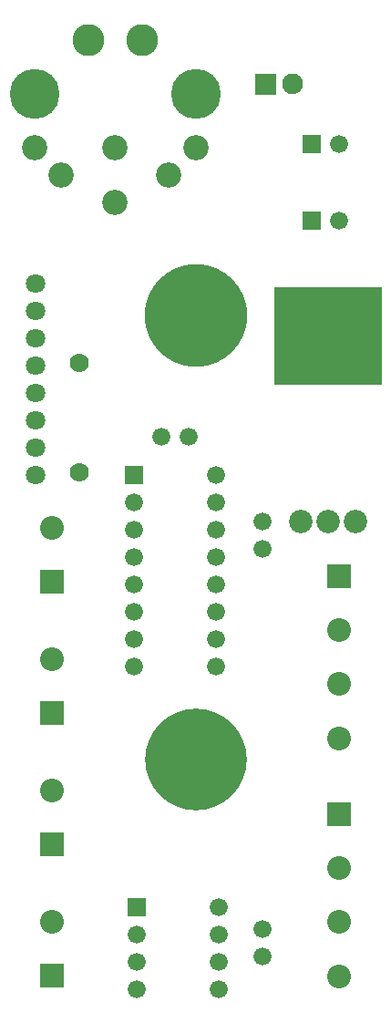
<source format=gbr>
G04 start of page 4 for group -4063 idx -4063 *
G04 Title: (unknown), componentmask *
G04 Creator: pcb 1.99x *
G04 CreationDate: Sun Mar 21 05:59:03 2010 UTC *
G04 For: davidellsworth *
G04 Format: Gerber/RS-274X *
G04 PCB-Dimensions: 155000 370000 *
G04 PCB-Coordinate-Origin: lower left *
%MOIN*%
%FSLAX24Y24*%
%LNFRONTMASK*%
%ADD12C,0.0200*%
%ADD21C,0.0860*%
%ADD24C,0.0700*%
%ADD37R,0.3550X0.3550*%
%ADD38C,0.0872*%
%ADD39C,0.0660*%
%ADD40C,0.0710*%
%ADD41C,0.0920*%
%ADD42C,0.1170*%
%ADD43C,0.1820*%
%ADD44C,0.0760*%
%ADD45C,0.2450*%
%ADD46C,0.3760*%
%ADD47C,0.3720*%
G54D38*X13000Y14531D03*
Y12563D03*
Y10594D03*
G54D12*G36*
X12564Y8235D02*Y7364D01*
X13435D01*
Y8235D01*
X12564D01*
G37*
G54D38*X13000Y5831D03*
Y3863D03*
Y1894D03*
G54D12*G36*
X2064Y16735D02*Y15864D01*
X2935D01*
Y16735D01*
X2064D01*
G37*
G54D38*X2500Y18268D03*
G54D12*G36*
X12564Y16935D02*Y16064D01*
X13435D01*
Y16935D01*
X12564D01*
G37*
G54D21*X13600Y18500D03*
G54D39*X10200Y17500D03*
X8500Y15200D03*
Y16200D03*
Y17200D03*
Y18200D03*
X10200Y18500D03*
X5500Y18200D03*
Y17200D03*
Y16200D03*
Y15200D03*
G54D21*X11600Y18500D03*
X12600D03*
G54D24*X3500Y20300D03*
Y24300D03*
G54D40*X1900Y23200D03*
Y22200D03*
Y21200D03*
G54D39*X7500Y21600D03*
X6500D03*
G54D40*X1900Y20200D03*
G54D12*G36*
X5170Y20530D02*Y19870D01*
X5830D01*
Y20530D01*
X5170D01*
G37*
G54D39*X5500Y19200D03*
X8500D03*
Y20200D03*
G54D12*G36*
X2064Y7135D02*Y6264D01*
X2935D01*
Y7135D01*
X2064D01*
G37*
G36*
X5270Y4730D02*Y4070D01*
X5930D01*
Y4730D01*
X5270D01*
G37*
G54D39*X5600Y3400D03*
Y2400D03*
G54D38*X2500Y3868D03*
G54D39*X5600Y1400D03*
X8600D03*
Y2400D03*
Y3400D03*
Y4400D03*
X10200Y3600D03*
Y2600D03*
G54D38*X2500Y8668D03*
G54D12*G36*
X2064Y11935D02*Y11064D01*
X2935D01*
Y11935D01*
X2064D01*
G37*
G54D38*X2500Y13468D03*
G54D12*G36*
X2064Y2335D02*Y1464D01*
X2935D01*
Y2335D01*
X2064D01*
G37*
G54D39*X5500Y14200D03*
Y13200D03*
X8500D03*
Y14200D03*
G54D41*X1847Y32163D03*
X2831Y31178D03*
X4800Y30194D03*
Y32163D03*
X6768Y31178D03*
X7752Y32163D03*
G54D42*X3815Y36100D03*
X5784D03*
G54D43*X1847Y34131D03*
X7752D03*
G54D12*G36*
X9920Y34880D02*Y34120D01*
X10680D01*
Y34880D01*
X9920D01*
G37*
G54D44*X11300Y34500D03*
G54D12*G36*
X11670Y29830D02*Y29170D01*
X12330D01*
Y29830D01*
X11670D01*
G37*
G54D39*X13000Y29500D03*
G54D12*G36*
X11670Y32630D02*Y31970D01*
X12330D01*
Y32630D01*
X11670D01*
G37*
G54D39*X13000Y32300D03*
G54D45*X12600Y25200D03*
G54D40*X1900Y27200D03*
Y26200D03*
Y25200D03*
Y24200D03*
G54D46*X7750Y26050D03*
G54D47*Y9800D03*
G54D37*X12400Y25300D02*X12800D01*
M02*

</source>
